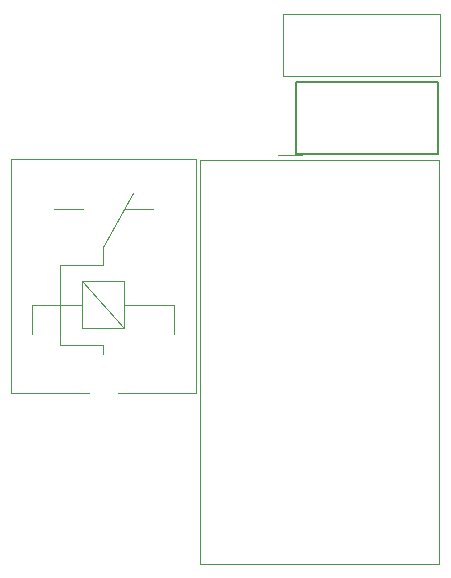
<source format=gbr>
%TF.GenerationSoftware,KiCad,Pcbnew,7.0.1*%
%TF.CreationDate,2023-04-13T16:06:33-04:00*%
%TF.ProjectId,IoT Lightswitch,496f5420-4c69-4676-9874-737769746368,rev?*%
%TF.SameCoordinates,Original*%
%TF.FileFunction,Legend,Bot*%
%TF.FilePolarity,Positive*%
%FSLAX46Y46*%
G04 Gerber Fmt 4.6, Leading zero omitted, Abs format (unit mm)*
G04 Created by KiCad (PCBNEW 7.0.1) date 2023-04-13 16:06:33*
%MOMM*%
%LPD*%
G01*
G04 APERTURE LIST*
%ADD10C,0.120000*%
%ADD11C,0.150000*%
G04 APERTURE END LIST*
D10*
%TO.C,K1*%
X146374000Y-83560000D02*
X139774000Y-83560000D01*
X155374000Y-83560000D02*
X148774000Y-83560000D01*
X155374000Y-83560000D02*
X155374000Y-63760000D01*
X147524000Y-79510000D02*
X147524000Y-80310000D01*
X147524000Y-79510000D02*
X143924000Y-79510000D01*
X141524000Y-78610000D02*
X141524000Y-76110000D01*
X145724000Y-78110000D02*
X149324000Y-78110000D01*
X149324000Y-78110000D02*
X149324000Y-74110000D01*
X145724000Y-76110000D02*
X141524000Y-76110000D01*
X153524000Y-76110000D02*
X153524000Y-78610000D01*
X153524000Y-76110000D02*
X149324000Y-76110000D01*
X145724000Y-74110000D02*
X145724000Y-78110000D01*
X145724000Y-74110000D02*
X149324000Y-78110000D01*
X149324000Y-74110000D02*
X145724000Y-74110000D01*
X143924000Y-72710000D02*
X143924000Y-79510000D01*
X147524000Y-72710000D02*
X143924000Y-72710000D01*
X147524000Y-72710000D02*
X147524000Y-71210000D01*
X147524000Y-71210000D02*
X150024000Y-66610000D01*
X143374000Y-68010000D02*
X145824000Y-68010000D01*
X151774000Y-68010000D02*
X149274000Y-68010000D01*
X139774000Y-63760000D02*
X139774000Y-83560000D01*
X155374000Y-63760000D02*
X139774000Y-63760000D01*
D11*
%TO.C,RV1*%
X163866000Y-57222000D02*
X175866000Y-57222000D01*
X163866000Y-63322000D02*
X163866000Y-57222000D01*
X163866000Y-63322000D02*
X175866000Y-63322000D01*
X175866000Y-63322000D02*
X175866000Y-57222000D01*
D10*
%TO.C,PS1*%
X162362000Y-63419500D02*
X164372000Y-63419500D01*
X175962000Y-63809500D02*
X175962000Y-98009500D01*
X155762000Y-63809500D02*
X175962000Y-63809500D01*
X175962000Y-98009500D02*
X155762000Y-98009500D01*
X155762000Y-98009500D02*
X155762000Y-63809500D01*
%TO.C,C2*%
X162798000Y-51482000D02*
X176038000Y-51482000D01*
X162798000Y-56722000D02*
X162798000Y-51482000D01*
X162798000Y-56722000D02*
X176038000Y-56722000D01*
X176038000Y-56722000D02*
X176038000Y-51482000D01*
%TD*%
M02*

</source>
